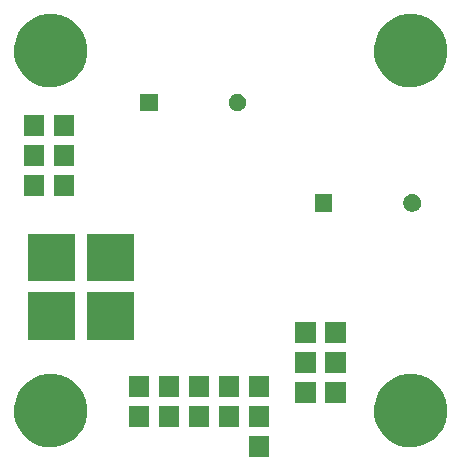
<source format=gbr>
G04 #@! TF.FileFunction,Soldermask,Top*
%FSLAX46Y46*%
G04 Gerber Fmt 4.6, Leading zero omitted, Abs format (unit mm)*
G04 Created by KiCad (PCBNEW 4.0.1-stable) date 20. 4. 2016 8:51:21*
%MOMM*%
G01*
G04 APERTURE LIST*
%ADD10C,0.500000*%
G04 APERTURE END LIST*
D10*
G36*
X23595000Y1170000D02*
X21871000Y1170000D01*
X21871000Y2894000D01*
X23595000Y2894000D01*
X23595000Y1170000D01*
X23595000Y1170000D01*
G37*
G36*
X5405606Y8177937D02*
X6001133Y8055693D01*
X6561569Y7820108D01*
X7065576Y7480151D01*
X7493955Y7048771D01*
X7830385Y6542404D01*
X8062052Y5980337D01*
X8180068Y5384314D01*
X8180068Y5384300D01*
X8180133Y5383971D01*
X8170437Y4689587D01*
X8170361Y4689253D01*
X8170361Y4689241D01*
X8035752Y4096754D01*
X7788479Y3541370D01*
X7438043Y3044595D01*
X6997784Y2625342D01*
X6484486Y2299594D01*
X5917685Y2079745D01*
X5318982Y1974179D01*
X4711174Y1986910D01*
X4117407Y2117458D01*
X3560316Y2360845D01*
X3061106Y2707806D01*
X2638792Y3145125D01*
X2309467Y3656136D01*
X2085668Y4221387D01*
X1975922Y4819346D01*
X1984411Y5427227D01*
X2110808Y6021881D01*
X2350303Y6580664D01*
X2693770Y7082284D01*
X3128129Y7507641D01*
X3636832Y7840527D01*
X4200506Y8068266D01*
X4797676Y8182182D01*
X5405606Y8177937D01*
X5405606Y8177937D01*
G37*
G36*
X35885606Y8177937D02*
X36481133Y8055693D01*
X37041569Y7820108D01*
X37545576Y7480151D01*
X37973955Y7048771D01*
X38310385Y6542404D01*
X38542052Y5980337D01*
X38660068Y5384314D01*
X38660068Y5384300D01*
X38660133Y5383971D01*
X38650437Y4689587D01*
X38650361Y4689253D01*
X38650361Y4689241D01*
X38515752Y4096754D01*
X38268479Y3541370D01*
X37918043Y3044595D01*
X37477784Y2625342D01*
X36964486Y2299594D01*
X36397685Y2079745D01*
X35798982Y1974179D01*
X35191174Y1986910D01*
X34597407Y2117458D01*
X34040316Y2360845D01*
X33541106Y2707806D01*
X33118792Y3145125D01*
X32789467Y3656136D01*
X32565668Y4221387D01*
X32455922Y4819346D01*
X32464411Y5427227D01*
X32590808Y6021881D01*
X32830303Y6580664D01*
X33173770Y7082284D01*
X33608129Y7507641D01*
X34116832Y7840527D01*
X34680506Y8068266D01*
X35277676Y8182182D01*
X35885606Y8177937D01*
X35885606Y8177937D01*
G37*
G36*
X21055000Y3710000D02*
X19331000Y3710000D01*
X19331000Y5434000D01*
X21055000Y5434000D01*
X21055000Y3710000D01*
X21055000Y3710000D01*
G37*
G36*
X15975000Y3710000D02*
X14251000Y3710000D01*
X14251000Y5434000D01*
X15975000Y5434000D01*
X15975000Y3710000D01*
X15975000Y3710000D01*
G37*
G36*
X18515000Y3710000D02*
X16791000Y3710000D01*
X16791000Y5434000D01*
X18515000Y5434000D01*
X18515000Y3710000D01*
X18515000Y3710000D01*
G37*
G36*
X13435000Y3710000D02*
X11711000Y3710000D01*
X11711000Y5434000D01*
X13435000Y5434000D01*
X13435000Y3710000D01*
X13435000Y3710000D01*
G37*
G36*
X23595000Y3710000D02*
X21871000Y3710000D01*
X21871000Y5434000D01*
X23595000Y5434000D01*
X23595000Y3710000D01*
X23595000Y3710000D01*
G37*
G36*
X30072000Y5742000D02*
X28348000Y5742000D01*
X28348000Y7466000D01*
X30072000Y7466000D01*
X30072000Y5742000D01*
X30072000Y5742000D01*
G37*
G36*
X27532000Y5742000D02*
X25808000Y5742000D01*
X25808000Y7466000D01*
X27532000Y7466000D01*
X27532000Y5742000D01*
X27532000Y5742000D01*
G37*
G36*
X21055000Y6250000D02*
X19331000Y6250000D01*
X19331000Y7974000D01*
X21055000Y7974000D01*
X21055000Y6250000D01*
X21055000Y6250000D01*
G37*
G36*
X23595000Y6250000D02*
X21871000Y6250000D01*
X21871000Y7974000D01*
X23595000Y7974000D01*
X23595000Y6250000D01*
X23595000Y6250000D01*
G37*
G36*
X18515000Y6250000D02*
X16791000Y6250000D01*
X16791000Y7974000D01*
X18515000Y7974000D01*
X18515000Y6250000D01*
X18515000Y6250000D01*
G37*
G36*
X13435000Y6250000D02*
X11711000Y6250000D01*
X11711000Y7974000D01*
X13435000Y7974000D01*
X13435000Y6250000D01*
X13435000Y6250000D01*
G37*
G36*
X15975000Y6250000D02*
X14251000Y6250000D01*
X14251000Y7974000D01*
X15975000Y7974000D01*
X15975000Y6250000D01*
X15975000Y6250000D01*
G37*
G36*
X30072000Y8282000D02*
X28348000Y8282000D01*
X28348000Y10006000D01*
X30072000Y10006000D01*
X30072000Y8282000D01*
X30072000Y8282000D01*
G37*
G36*
X27532000Y8282000D02*
X25808000Y8282000D01*
X25808000Y10006000D01*
X27532000Y10006000D01*
X27532000Y8282000D01*
X27532000Y8282000D01*
G37*
G36*
X30072000Y10822000D02*
X28348000Y10822000D01*
X28348000Y12546000D01*
X30072000Y12546000D01*
X30072000Y10822000D01*
X30072000Y10822000D01*
G37*
G36*
X27532000Y10822000D02*
X25808000Y10822000D01*
X25808000Y12546000D01*
X27532000Y12546000D01*
X27532000Y10822000D01*
X27532000Y10822000D01*
G37*
G36*
X7165000Y11076000D02*
X3155000Y11076000D01*
X3155000Y15086000D01*
X7165000Y15086000D01*
X7165000Y11076000D01*
X7165000Y11076000D01*
G37*
G36*
X12165000Y11076000D02*
X8155000Y11076000D01*
X8155000Y15086000D01*
X12165000Y15086000D01*
X12165000Y11076000D01*
X12165000Y11076000D01*
G37*
G36*
X7165000Y16029000D02*
X3155000Y16029000D01*
X3155000Y20039000D01*
X7165000Y20039000D01*
X7165000Y16029000D01*
X7165000Y16029000D01*
G37*
G36*
X12165000Y16029000D02*
X8155000Y16029000D01*
X8155000Y20039000D01*
X12165000Y20039000D01*
X12165000Y16029000D01*
X12165000Y16029000D01*
G37*
G36*
X35772775Y23419002D02*
X35916856Y23389427D01*
X36052444Y23332431D01*
X36174382Y23250183D01*
X36278023Y23145815D01*
X36359419Y23023306D01*
X36415464Y22887327D01*
X36443966Y22743385D01*
X36443966Y22743375D01*
X36444032Y22743041D01*
X36441686Y22575045D01*
X36441610Y22574711D01*
X36441610Y22574699D01*
X36409104Y22431619D01*
X36349279Y22297250D01*
X36264496Y22177063D01*
X36157978Y22075628D01*
X36033796Y21996820D01*
X35896666Y21943631D01*
X35751819Y21918090D01*
X35604769Y21921170D01*
X35461111Y21952755D01*
X35326338Y22011636D01*
X35205554Y22095583D01*
X35103383Y22201385D01*
X35023709Y22325014D01*
X34969564Y22461769D01*
X34943012Y22606441D01*
X34945066Y22753508D01*
X34975645Y22897373D01*
X35033587Y23032563D01*
X35116687Y23153926D01*
X35221773Y23256835D01*
X35344844Y23337370D01*
X35481221Y23392470D01*
X35625693Y23420030D01*
X35772775Y23419002D01*
X35772775Y23419002D01*
G37*
G36*
X28944000Y21919500D02*
X27444000Y21919500D01*
X27444000Y23419500D01*
X28944000Y23419500D01*
X28944000Y21919500D01*
X28944000Y21919500D01*
G37*
G36*
X7085000Y23268000D02*
X5361000Y23268000D01*
X5361000Y24992000D01*
X7085000Y24992000D01*
X7085000Y23268000D01*
X7085000Y23268000D01*
G37*
G36*
X4545000Y23268000D02*
X2821000Y23268000D01*
X2821000Y24992000D01*
X4545000Y24992000D01*
X4545000Y23268000D01*
X4545000Y23268000D01*
G37*
G36*
X7085000Y25808000D02*
X5361000Y25808000D01*
X5361000Y27532000D01*
X7085000Y27532000D01*
X7085000Y25808000D01*
X7085000Y25808000D01*
G37*
G36*
X4545000Y25808000D02*
X2821000Y25808000D01*
X2821000Y27532000D01*
X4545000Y27532000D01*
X4545000Y25808000D01*
X4545000Y25808000D01*
G37*
G36*
X4545000Y28348000D02*
X2821000Y28348000D01*
X2821000Y30072000D01*
X4545000Y30072000D01*
X4545000Y28348000D01*
X4545000Y28348000D01*
G37*
G36*
X7085000Y28348000D02*
X5361000Y28348000D01*
X5361000Y30072000D01*
X7085000Y30072000D01*
X7085000Y28348000D01*
X7085000Y28348000D01*
G37*
G36*
X20977275Y31928002D02*
X21121356Y31898427D01*
X21256944Y31841431D01*
X21378882Y31759183D01*
X21482523Y31654815D01*
X21563919Y31532306D01*
X21619964Y31396327D01*
X21648466Y31252385D01*
X21648466Y31252375D01*
X21648532Y31252041D01*
X21646186Y31084045D01*
X21646110Y31083711D01*
X21646110Y31083699D01*
X21613604Y30940619D01*
X21553779Y30806250D01*
X21468996Y30686063D01*
X21362478Y30584628D01*
X21238296Y30505820D01*
X21101166Y30452631D01*
X20956319Y30427090D01*
X20809269Y30430170D01*
X20665611Y30461755D01*
X20530838Y30520636D01*
X20410054Y30604583D01*
X20307883Y30710385D01*
X20228209Y30834014D01*
X20174064Y30970769D01*
X20147512Y31115441D01*
X20149566Y31262508D01*
X20180145Y31406373D01*
X20238087Y31541563D01*
X20321187Y31662926D01*
X20426273Y31765835D01*
X20549344Y31846370D01*
X20685721Y31901470D01*
X20830193Y31929030D01*
X20977275Y31928002D01*
X20977275Y31928002D01*
G37*
G36*
X14148500Y30428500D02*
X12648500Y30428500D01*
X12648500Y31928500D01*
X14148500Y31928500D01*
X14148500Y30428500D01*
X14148500Y30428500D01*
G37*
G36*
X5405606Y38657937D02*
X6001133Y38535693D01*
X6561569Y38300108D01*
X7065576Y37960151D01*
X7493955Y37528771D01*
X7830385Y37022404D01*
X8062052Y36460337D01*
X8180068Y35864314D01*
X8180068Y35864300D01*
X8180133Y35863971D01*
X8170437Y35169587D01*
X8170361Y35169253D01*
X8170361Y35169241D01*
X8035752Y34576754D01*
X7788479Y34021370D01*
X7438043Y33524595D01*
X6997784Y33105342D01*
X6484486Y32779594D01*
X5917685Y32559745D01*
X5318982Y32454179D01*
X4711174Y32466910D01*
X4117407Y32597458D01*
X3560316Y32840845D01*
X3061106Y33187806D01*
X2638792Y33625125D01*
X2309467Y34136136D01*
X2085668Y34701387D01*
X1975922Y35299346D01*
X1984411Y35907227D01*
X2110808Y36501881D01*
X2350303Y37060664D01*
X2693770Y37562284D01*
X3128129Y37987641D01*
X3636832Y38320527D01*
X4200506Y38548266D01*
X4797676Y38662182D01*
X5405606Y38657937D01*
X5405606Y38657937D01*
G37*
G36*
X35885606Y38657937D02*
X36481133Y38535693D01*
X37041569Y38300108D01*
X37545576Y37960151D01*
X37973955Y37528771D01*
X38310385Y37022404D01*
X38542052Y36460337D01*
X38660068Y35864314D01*
X38660068Y35864300D01*
X38660133Y35863971D01*
X38650437Y35169587D01*
X38650361Y35169253D01*
X38650361Y35169241D01*
X38515752Y34576754D01*
X38268479Y34021370D01*
X37918043Y33524595D01*
X37477784Y33105342D01*
X36964486Y32779594D01*
X36397685Y32559745D01*
X35798982Y32454179D01*
X35191174Y32466910D01*
X34597407Y32597458D01*
X34040316Y32840845D01*
X33541106Y33187806D01*
X33118792Y33625125D01*
X32789467Y34136136D01*
X32565668Y34701387D01*
X32455922Y35299346D01*
X32464411Y35907227D01*
X32590808Y36501881D01*
X32830303Y37060664D01*
X33173770Y37562284D01*
X33608129Y37987641D01*
X34116832Y38320527D01*
X34680506Y38548266D01*
X35277676Y38662182D01*
X35885606Y38657937D01*
X35885606Y38657937D01*
G37*
M02*

</source>
